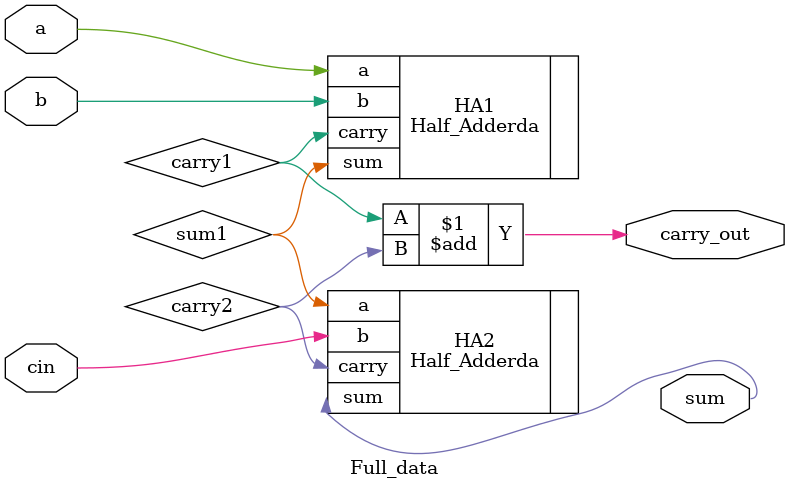
<source format=v>
module Full_data(

   input a,
   input b,
   input cin,
   output sum,
   output carry_out
);

  wire sum1;
  wire carry1;
  wire carry2;

Half_Adderda HA1(
  .a(a),
  .b(b),
  .sum(sum1),
  .carry(carry1)
);

Half_Adderda HA2(
  .a(sum1),
  .b(cin),
  .sum(sum),
  .carry(carry2)
);

assign carry_out=carry1+carry2;

endmodule

</source>
